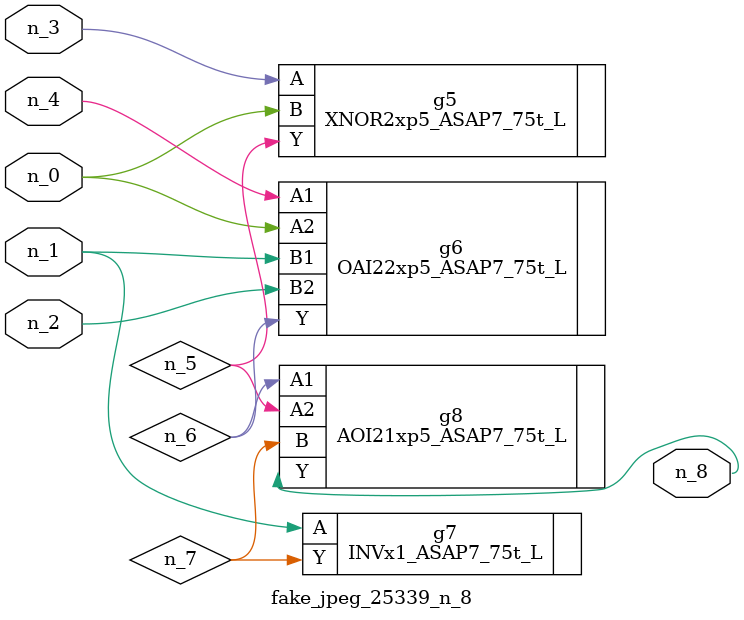
<source format=v>
module fake_jpeg_25339_n_8 (n_3, n_2, n_1, n_0, n_4, n_8);

input n_3;
input n_2;
input n_1;
input n_0;
input n_4;

output n_8;

wire n_6;
wire n_5;
wire n_7;

XNOR2xp5_ASAP7_75t_L g5 ( 
.A(n_3),
.B(n_0),
.Y(n_5)
);

OAI22xp5_ASAP7_75t_L g6 ( 
.A1(n_4),
.A2(n_0),
.B1(n_1),
.B2(n_2),
.Y(n_6)
);

INVx1_ASAP7_75t_L g7 ( 
.A(n_1),
.Y(n_7)
);

AOI21xp5_ASAP7_75t_L g8 ( 
.A1(n_6),
.A2(n_5),
.B(n_7),
.Y(n_8)
);


endmodule
</source>
